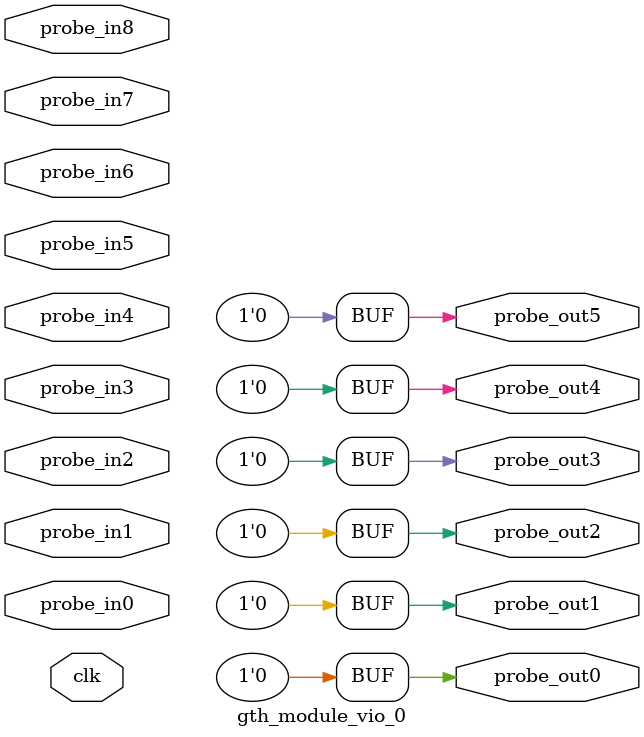
<source format=v>
`timescale 1ns / 1ps
module gth_module_vio_0 (
clk,
probe_in0,probe_in1,probe_in2,probe_in3,probe_in4,probe_in5,probe_in6,probe_in7,probe_in8,
probe_out0,
probe_out1,
probe_out2,
probe_out3,
probe_out4,
probe_out5
);

input clk;
input [0 : 0] probe_in0;
input [0 : 0] probe_in1;
input [0 : 0] probe_in2;
input [3 : 0] probe_in3;
input [3 : 0] probe_in4;
input [3 : 0] probe_in5;
input [3 : 0] probe_in6;
input [0 : 0] probe_in7;
input [0 : 0] probe_in8;

output reg [0 : 0] probe_out0 = 'h0 ;
output reg [0 : 0] probe_out1 = 'h0 ;
output reg [0 : 0] probe_out2 = 'h0 ;
output reg [0 : 0] probe_out3 = 'h0 ;
output reg [0 : 0] probe_out4 = 'h0 ;
output reg [0 : 0] probe_out5 = 'h0 ;


endmodule

</source>
